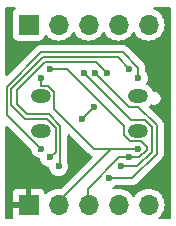
<source format=gbr>
%TF.GenerationSoftware,KiCad,Pcbnew,8.0.7*%
%TF.CreationDate,2025-05-14T16:02:52-05:00*%
%TF.ProjectId,usbc_breakout,75736263-5f62-4726-9561-6b6f75742e6b,rev?*%
%TF.SameCoordinates,Original*%
%TF.FileFunction,Copper,L2,Bot*%
%TF.FilePolarity,Positive*%
%FSLAX46Y46*%
G04 Gerber Fmt 4.6, Leading zero omitted, Abs format (unit mm)*
G04 Created by KiCad (PCBNEW 8.0.7) date 2025-05-14 16:02:52*
%MOMM*%
%LPD*%
G01*
G04 APERTURE LIST*
%TA.AperFunction,ComponentPad*%
%ADD10O,1.700000X1.200000*%
%TD*%
%TA.AperFunction,ComponentPad*%
%ADD11R,1.700000X1.700000*%
%TD*%
%TA.AperFunction,ComponentPad*%
%ADD12O,1.700000X1.700000*%
%TD*%
%TA.AperFunction,ViaPad*%
%ADD13C,0.600000*%
%TD*%
%TA.AperFunction,Conductor*%
%ADD14C,0.200000*%
%TD*%
G04 APERTURE END LIST*
D10*
%TO.P,P1,S1,SHIELD*%
%TO.N,/GND*%
X3500000Y-8060000D03*
X3500000Y-11000000D03*
X11700000Y-8060000D03*
X11700000Y-11000000D03*
%TD*%
D11*
%TO.P,J3,1,Pin_1*%
%TO.N,/VBUS*%
X2460000Y-2000000D03*
D12*
%TO.P,J3,2,Pin_2*%
%TO.N,/P07*%
X5000000Y-2000000D03*
%TO.P,J3,3,Pin_3*%
%TO.N,/P08*%
X7540000Y-2000000D03*
%TO.P,J3,4,Pin_4*%
%TO.N,/P10*%
X10080000Y-2000000D03*
%TO.P,J3,5,Pin_5*%
%TO.N,/P11*%
X12620000Y-2000000D03*
%TD*%
D11*
%TO.P,J2,1,Pin_1*%
%TO.N,/GND*%
X2460000Y-17240000D03*
D12*
%TO.P,J2,2,Pin_2*%
%TO.N,/P02*%
X5000000Y-17240000D03*
%TO.P,J2,3,Pin_3*%
%TO.N,/P03*%
X7540000Y-17240000D03*
%TO.P,J2,4,Pin_4*%
%TO.N,/P05*%
X10080000Y-17240000D03*
%TO.P,J2,5,Pin_5*%
%TO.N,/P06*%
X12620000Y-17240000D03*
%TD*%
D13*
%TO.N,/GND*%
X1250000Y-14750000D03*
X13750000Y-14750000D03*
X13750000Y-4500000D03*
X1250000Y-4500000D03*
%TO.N,/VBUS*%
X8000000Y-9000000D03*
X7000000Y-10000000D03*
%TO.N,/P07*%
X9250000Y-15000000D03*
%TO.N,/P05*%
X10250000Y-14000000D03*
%TO.N,/P08*%
X5000000Y-14000000D03*
%TO.N,/P03*%
X11000000Y-13250000D03*
%TO.N,/P10*%
X4250000Y-13250000D03*
%TO.N,/P02*%
X11750000Y-12500000D03*
%TO.N,/P11*%
X3500000Y-12500000D03*
%TO.N,/P08*%
X9125000Y-6125000D03*
%TO.N,/P10*%
X11000000Y-5750000D03*
%TO.N,/P07*%
X8125000Y-6125000D03*
%TO.N,/P05*%
X7125000Y-6125000D03*
%TO.N,/P03*%
X4250000Y-5750000D03*
%TO.N,/P11*%
X11750000Y-6500000D03*
%TO.N,/P02*%
X3500000Y-6500000D03*
%TD*%
D14*
%TO.N,/VBUS*%
X7000000Y-10000000D02*
X8000000Y-9000000D01*
%TO.N,/P03*%
X11848529Y-13250000D02*
X11000000Y-13250000D01*
X12500000Y-12598529D02*
X11848529Y-13250000D01*
X10550000Y-11372792D02*
X11077208Y-11900000D01*
X12500000Y-12401471D02*
X12500000Y-12598529D01*
X10550000Y-10550000D02*
X10550000Y-11372792D01*
X5750000Y-5750000D02*
X10550000Y-10550000D01*
X4250000Y-5750000D02*
X5750000Y-5750000D01*
X11077208Y-11900000D02*
X11998529Y-11900000D01*
X11998529Y-11900000D02*
X12500000Y-12401471D01*
%TO.N,/P02*%
X8000000Y-12500000D02*
X9465000Y-12500000D01*
X4122792Y-7160000D02*
X4650000Y-7687208D01*
X4650000Y-7687208D02*
X4650000Y-9150000D01*
X4650000Y-9150000D02*
X8000000Y-12500000D01*
X3500000Y-7160000D02*
X4122792Y-7160000D01*
X3500000Y-6500000D02*
X3500000Y-7160000D01*
%TO.N,/P08*%
X5150000Y-13850000D02*
X5000000Y-14000000D01*
X5150000Y-10561522D02*
X5150000Y-13850000D01*
X2350000Y-9600000D02*
X4188478Y-9600000D01*
X3850000Y-5150000D02*
X1450000Y-7550000D01*
X1450000Y-7550000D02*
X1450000Y-8700000D01*
X8150000Y-5150000D02*
X3850000Y-5150000D01*
X9125000Y-6125000D02*
X8150000Y-5150000D01*
X1450000Y-8700000D02*
X2350000Y-9600000D01*
X4188478Y-9600000D02*
X5150000Y-10561522D01*
%TO.N,/P11*%
X3477208Y-12500000D02*
X3500000Y-12500000D01*
X600000Y-9622792D02*
X3477208Y-12500000D01*
X3518628Y-4350000D02*
X600000Y-7268628D01*
X10448529Y-4350000D02*
X3518628Y-4350000D01*
X11750000Y-5651471D02*
X10448529Y-4350000D01*
X11750000Y-6500000D02*
X11750000Y-5651471D01*
X600000Y-7268628D02*
X600000Y-9622792D01*
%TO.N,/P10*%
X4750000Y-12750000D02*
X4250000Y-13250000D01*
X4750000Y-10727208D02*
X4750000Y-12750000D01*
X2184314Y-10000000D02*
X4022792Y-10000000D01*
X4022792Y-10000000D02*
X4750000Y-10727208D01*
X1000000Y-8815686D02*
X2184314Y-10000000D01*
X1000000Y-7434314D02*
X1000000Y-8815686D01*
X3684314Y-4750000D02*
X1000000Y-7434314D01*
X10000000Y-4750000D02*
X3684314Y-4750000D01*
X11000000Y-5750000D02*
X10000000Y-4750000D01*
%TO.N,/P05*%
X12322792Y-10100000D02*
X12900000Y-10677208D01*
X11100000Y-10100000D02*
X12322792Y-10100000D01*
X7125000Y-6125000D02*
X11100000Y-10100000D01*
X12900000Y-10677208D02*
X12900000Y-12764215D01*
X12900000Y-12764215D02*
X11664215Y-14000000D01*
X11664215Y-14000000D02*
X10250000Y-14000000D01*
%TO.N,/P07*%
X13300000Y-12929900D02*
X11229900Y-15000000D01*
X11748478Y-8960000D02*
X13300000Y-10511522D01*
X11229900Y-15000000D02*
X9250000Y-15000000D01*
X10960000Y-8960000D02*
X11748478Y-8960000D01*
X13300000Y-10511522D02*
X13300000Y-12929900D01*
X8125000Y-6125000D02*
X10960000Y-8960000D01*
%TO.N,/P05*%
X10250000Y-16795000D02*
X10045000Y-17000000D01*
%TO.N,/P03*%
X10151471Y-13250000D02*
X7505000Y-15896471D01*
X7505000Y-15896471D02*
X7505000Y-17000000D01*
X11000000Y-13250000D02*
X10151471Y-13250000D01*
%TO.N,/P02*%
X9465000Y-12500000D02*
X4965000Y-17000000D01*
X11750000Y-12500000D02*
X9465000Y-12500000D01*
%TD*%
%TA.AperFunction,Conductor*%
%TO.N,/GND*%
G36*
X705703Y-10578176D02*
G01*
X712181Y-10584208D01*
X2672192Y-12544220D01*
X2705677Y-12605543D01*
X2707731Y-12618017D01*
X2714630Y-12679249D01*
X2774210Y-12849521D01*
X2786271Y-12868716D01*
X2870184Y-13002262D01*
X2997738Y-13129816D01*
X3150478Y-13225789D01*
X3320745Y-13285368D01*
X3351795Y-13288866D01*
X3416207Y-13315930D01*
X3455763Y-13373524D01*
X3461132Y-13398201D01*
X3464630Y-13429249D01*
X3524210Y-13599521D01*
X3524211Y-13599522D01*
X3620184Y-13752262D01*
X3747738Y-13879816D01*
X3900478Y-13975789D01*
X4070745Y-14035368D01*
X4101795Y-14038866D01*
X4166207Y-14065930D01*
X4205763Y-14123524D01*
X4211132Y-14148201D01*
X4214630Y-14179249D01*
X4274210Y-14349521D01*
X4370184Y-14502262D01*
X4497738Y-14629816D01*
X4650478Y-14725789D01*
X4820745Y-14785368D01*
X4820750Y-14785369D01*
X4999996Y-14805565D01*
X5000000Y-14805565D01*
X5000004Y-14805565D01*
X5179249Y-14785369D01*
X5179252Y-14785368D01*
X5179255Y-14785368D01*
X5349522Y-14725789D01*
X5502262Y-14629816D01*
X5629816Y-14502262D01*
X5725789Y-14349522D01*
X5785368Y-14179255D01*
X5788867Y-14148201D01*
X5805565Y-14000003D01*
X5805565Y-13999996D01*
X5785368Y-13820747D01*
X5785368Y-13820745D01*
X5757458Y-13740982D01*
X5750500Y-13700028D01*
X5750500Y-11399097D01*
X5770185Y-11332058D01*
X5822989Y-11286303D01*
X5892147Y-11276359D01*
X5955703Y-11305384D01*
X5962181Y-11311416D01*
X7515139Y-12864374D01*
X7515149Y-12864385D01*
X7519479Y-12868715D01*
X7519480Y-12868716D01*
X7631284Y-12980520D01*
X7631286Y-12980521D01*
X7631290Y-12980524D01*
X7768209Y-13059573D01*
X7768216Y-13059577D01*
X7787874Y-13064844D01*
X7847535Y-13101207D01*
X7878066Y-13164054D01*
X7869772Y-13233429D01*
X7843464Y-13272300D01*
X5253691Y-15862072D01*
X5192368Y-15895557D01*
X5155203Y-15897919D01*
X5000002Y-15884341D01*
X4999999Y-15884341D01*
X4764596Y-15904936D01*
X4764586Y-15904938D01*
X4536344Y-15966094D01*
X4536335Y-15966098D01*
X4322171Y-16065964D01*
X4322169Y-16065965D01*
X4128600Y-16201503D01*
X4006284Y-16323819D01*
X3944961Y-16357303D01*
X3875269Y-16352319D01*
X3819336Y-16310447D01*
X3802421Y-16279470D01*
X3753354Y-16147913D01*
X3753350Y-16147906D01*
X3667190Y-16032812D01*
X3667187Y-16032809D01*
X3552093Y-15946649D01*
X3552086Y-15946645D01*
X3417379Y-15896403D01*
X3417372Y-15896401D01*
X3357844Y-15890000D01*
X2710000Y-15890000D01*
X2710000Y-16806988D01*
X2652993Y-16774075D01*
X2525826Y-16740000D01*
X2394174Y-16740000D01*
X2267007Y-16774075D01*
X2210000Y-16806988D01*
X2210000Y-15890000D01*
X1562155Y-15890000D01*
X1502627Y-15896401D01*
X1502620Y-15896403D01*
X1367913Y-15946645D01*
X1367906Y-15946649D01*
X1252812Y-16032809D01*
X1252809Y-16032812D01*
X1166649Y-16147906D01*
X1166645Y-16147913D01*
X1116403Y-16282620D01*
X1116401Y-16282627D01*
X1110000Y-16342155D01*
X1110000Y-16990000D01*
X2026988Y-16990000D01*
X1994075Y-17047007D01*
X1960000Y-17174174D01*
X1960000Y-17305826D01*
X1994075Y-17432993D01*
X2026988Y-17490000D01*
X1110000Y-17490000D01*
X1110000Y-18137844D01*
X1116401Y-18197372D01*
X1116403Y-18197379D01*
X1166676Y-18332167D01*
X1171660Y-18401858D01*
X1138175Y-18463181D01*
X1076852Y-18496666D01*
X1050494Y-18499500D01*
X624500Y-18499500D01*
X557461Y-18479815D01*
X511706Y-18427011D01*
X500500Y-18375500D01*
X500500Y-10671889D01*
X520185Y-10604850D01*
X572989Y-10559095D01*
X642147Y-10549151D01*
X705703Y-10578176D01*
G37*
%TD.AperFunction*%
%TA.AperFunction,Conductor*%
G36*
X1336936Y-520185D02*
G01*
X1382691Y-572989D01*
X1392635Y-642147D01*
X1363610Y-705703D01*
X1344208Y-723766D01*
X1252455Y-792452D01*
X1252452Y-792455D01*
X1166206Y-907664D01*
X1166202Y-907671D01*
X1115908Y-1042517D01*
X1109501Y-1102116D01*
X1109500Y-1102135D01*
X1109500Y-2897870D01*
X1109501Y-2897876D01*
X1115908Y-2957483D01*
X1166202Y-3092328D01*
X1166206Y-3092335D01*
X1252452Y-3207544D01*
X1252455Y-3207547D01*
X1367664Y-3293793D01*
X1367671Y-3293797D01*
X1502517Y-3344091D01*
X1502516Y-3344091D01*
X1509444Y-3344835D01*
X1562127Y-3350500D01*
X3357872Y-3350499D01*
X3417483Y-3344091D01*
X3552331Y-3293796D01*
X3667546Y-3207546D01*
X3753796Y-3092331D01*
X3802810Y-2960916D01*
X3844681Y-2904984D01*
X3910145Y-2880566D01*
X3978418Y-2895417D01*
X4006673Y-2916569D01*
X4128599Y-3038495D01*
X4225384Y-3106265D01*
X4322165Y-3174032D01*
X4322167Y-3174033D01*
X4322170Y-3174035D01*
X4536337Y-3273903D01*
X4764592Y-3335063D01*
X4941034Y-3350500D01*
X4999999Y-3355659D01*
X5000000Y-3355659D01*
X5000001Y-3355659D01*
X5058966Y-3350500D01*
X5235408Y-3335063D01*
X5463663Y-3273903D01*
X5677830Y-3174035D01*
X5871401Y-3038495D01*
X6038495Y-2871401D01*
X6168425Y-2685842D01*
X6223002Y-2642217D01*
X6292500Y-2635023D01*
X6354855Y-2666546D01*
X6371575Y-2685842D01*
X6501500Y-2871395D01*
X6501505Y-2871401D01*
X6668599Y-3038495D01*
X6765384Y-3106265D01*
X6862165Y-3174032D01*
X6862167Y-3174033D01*
X6862170Y-3174035D01*
X7076337Y-3273903D01*
X7304592Y-3335063D01*
X7481034Y-3350500D01*
X7539999Y-3355659D01*
X7540000Y-3355659D01*
X7540001Y-3355659D01*
X7598966Y-3350500D01*
X7775408Y-3335063D01*
X8003663Y-3273903D01*
X8217830Y-3174035D01*
X8411401Y-3038495D01*
X8578495Y-2871401D01*
X8708425Y-2685842D01*
X8763002Y-2642217D01*
X8832500Y-2635023D01*
X8894855Y-2666546D01*
X8911575Y-2685842D01*
X9041500Y-2871395D01*
X9041505Y-2871401D01*
X9208599Y-3038495D01*
X9305384Y-3106265D01*
X9402165Y-3174032D01*
X9402167Y-3174033D01*
X9402170Y-3174035D01*
X9616337Y-3273903D01*
X9844592Y-3335063D01*
X10021034Y-3350500D01*
X10079999Y-3355659D01*
X10080000Y-3355659D01*
X10080001Y-3355659D01*
X10138966Y-3350500D01*
X10315408Y-3335063D01*
X10543663Y-3273903D01*
X10757830Y-3174035D01*
X10951401Y-3038495D01*
X11118495Y-2871401D01*
X11248425Y-2685842D01*
X11303002Y-2642217D01*
X11372500Y-2635023D01*
X11434855Y-2666546D01*
X11451575Y-2685842D01*
X11581500Y-2871395D01*
X11581505Y-2871401D01*
X11748599Y-3038495D01*
X11845384Y-3106265D01*
X11942165Y-3174032D01*
X11942167Y-3174033D01*
X11942170Y-3174035D01*
X12156337Y-3273903D01*
X12384592Y-3335063D01*
X12561034Y-3350500D01*
X12619999Y-3355659D01*
X12620000Y-3355659D01*
X12620001Y-3355659D01*
X12678966Y-3350500D01*
X12855408Y-3335063D01*
X13083663Y-3273903D01*
X13297830Y-3174035D01*
X13491401Y-3038495D01*
X13658495Y-2871401D01*
X13794035Y-2677830D01*
X13893903Y-2463663D01*
X13955063Y-2235408D01*
X13975659Y-2000000D01*
X13955063Y-1764592D01*
X13893903Y-1536337D01*
X13794035Y-1322171D01*
X13788425Y-1314158D01*
X13658494Y-1128597D01*
X13491402Y-961506D01*
X13491395Y-961501D01*
X13297834Y-825967D01*
X13297830Y-825965D01*
X13225968Y-792455D01*
X13106790Y-736881D01*
X13054352Y-690710D01*
X13035200Y-623516D01*
X13055416Y-556635D01*
X13108581Y-511300D01*
X13159196Y-500500D01*
X14375500Y-500500D01*
X14442539Y-520185D01*
X14488294Y-572989D01*
X14499500Y-624500D01*
X14499500Y-18375500D01*
X14479815Y-18442539D01*
X14427011Y-18488294D01*
X14375500Y-18499500D01*
X13568705Y-18499500D01*
X13501666Y-18479815D01*
X13455911Y-18427011D01*
X13445967Y-18357853D01*
X13474992Y-18294297D01*
X13488993Y-18280516D01*
X13491396Y-18278498D01*
X13491401Y-18278495D01*
X13658495Y-18111401D01*
X13794035Y-17917830D01*
X13893903Y-17703663D01*
X13955063Y-17475408D01*
X13975659Y-17240000D01*
X13955063Y-17004592D01*
X13893903Y-16776337D01*
X13794035Y-16562171D01*
X13788425Y-16554158D01*
X13658494Y-16368597D01*
X13491402Y-16201506D01*
X13491395Y-16201501D01*
X13297834Y-16065967D01*
X13297830Y-16065965D01*
X13275263Y-16055442D01*
X13083663Y-15966097D01*
X13083659Y-15966096D01*
X13083655Y-15966094D01*
X12855413Y-15904938D01*
X12855403Y-15904936D01*
X12620001Y-15884341D01*
X12619999Y-15884341D01*
X12384596Y-15904936D01*
X12384586Y-15904938D01*
X12156344Y-15966094D01*
X12156335Y-15966098D01*
X11942171Y-16065964D01*
X11942169Y-16065965D01*
X11748597Y-16201505D01*
X11581505Y-16368597D01*
X11451575Y-16554158D01*
X11396998Y-16597783D01*
X11327500Y-16604977D01*
X11265145Y-16573454D01*
X11248425Y-16554158D01*
X11118494Y-16368597D01*
X10951402Y-16201506D01*
X10951395Y-16201501D01*
X10757834Y-16065967D01*
X10757830Y-16065965D01*
X10735263Y-16055442D01*
X10543663Y-15966097D01*
X10543659Y-15966096D01*
X10543655Y-15966094D01*
X10315413Y-15904938D01*
X10315403Y-15904936D01*
X10080001Y-15884341D01*
X10079999Y-15884341D01*
X9844596Y-15904936D01*
X9844583Y-15904939D01*
X9714878Y-15939692D01*
X9645028Y-15938029D01*
X9587166Y-15898866D01*
X9559663Y-15834637D01*
X9571250Y-15765735D01*
X9616812Y-15714924D01*
X9752262Y-15629816D01*
X9752267Y-15629810D01*
X9755097Y-15627555D01*
X9757275Y-15626665D01*
X9758158Y-15626111D01*
X9758255Y-15626265D01*
X9819783Y-15601145D01*
X9832412Y-15600500D01*
X11143231Y-15600500D01*
X11143247Y-15600501D01*
X11150843Y-15600501D01*
X11308954Y-15600501D01*
X11308957Y-15600501D01*
X11461685Y-15559577D01*
X11516802Y-15527755D01*
X11598616Y-15480520D01*
X11710420Y-15368716D01*
X11710420Y-15368714D01*
X11720624Y-15358511D01*
X11720628Y-15358506D01*
X13658506Y-13420628D01*
X13658511Y-13420624D01*
X13668714Y-13410420D01*
X13668716Y-13410420D01*
X13780520Y-13298616D01*
X13859577Y-13161684D01*
X13898018Y-13018220D01*
X13898019Y-13018218D01*
X13900500Y-13008959D01*
X13900500Y-10432467D01*
X13900500Y-10432465D01*
X13859577Y-10279738D01*
X13801564Y-10179255D01*
X13780524Y-10142812D01*
X13780521Y-10142808D01*
X13780520Y-10142806D01*
X13668716Y-10031002D01*
X13668715Y-10031001D01*
X13664385Y-10026671D01*
X13664374Y-10026661D01*
X12689355Y-9051642D01*
X12655870Y-8990319D01*
X12660854Y-8920627D01*
X12689354Y-8876280D01*
X12785734Y-8779899D01*
X12847057Y-8746414D01*
X12905506Y-8747804D01*
X13027525Y-8780500D01*
X13027528Y-8780500D01*
X13172472Y-8780500D01*
X13172475Y-8780500D01*
X13312485Y-8742984D01*
X13438015Y-8670509D01*
X13540509Y-8568015D01*
X13612984Y-8442485D01*
X13650500Y-8302475D01*
X13650500Y-8157525D01*
X13612984Y-8017515D01*
X13565888Y-7935943D01*
X13540511Y-7891988D01*
X13540506Y-7891982D01*
X13438017Y-7789493D01*
X13438011Y-7789488D01*
X13312488Y-7717017D01*
X13312489Y-7717017D01*
X13301006Y-7713940D01*
X13172475Y-7679500D01*
X13066672Y-7679500D01*
X12999633Y-7659815D01*
X12956187Y-7611795D01*
X12890804Y-7483475D01*
X12789032Y-7343397D01*
X12666602Y-7220967D01*
X12526524Y-7119195D01*
X12480614Y-7095803D01*
X12429818Y-7047828D01*
X12413023Y-6980007D01*
X12431916Y-6919345D01*
X12475788Y-6849524D01*
X12508928Y-6754816D01*
X12535368Y-6679255D01*
X12541226Y-6627262D01*
X12555565Y-6500003D01*
X12555565Y-6499996D01*
X12535369Y-6320750D01*
X12535368Y-6320745D01*
X12529596Y-6304249D01*
X12475789Y-6150478D01*
X12379816Y-5997738D01*
X12379814Y-5997736D01*
X12379813Y-5997734D01*
X12377550Y-5994896D01*
X12376659Y-5992715D01*
X12376111Y-5991842D01*
X12376264Y-5991745D01*
X12351144Y-5930209D01*
X12350500Y-5917587D01*
X12350500Y-5740530D01*
X12350501Y-5740517D01*
X12350501Y-5572416D01*
X12350501Y-5572414D01*
X12309577Y-5419686D01*
X12269632Y-5350500D01*
X12269632Y-5350499D01*
X12230522Y-5282758D01*
X12230521Y-5282757D01*
X12230520Y-5282755D01*
X12118716Y-5170951D01*
X12118715Y-5170950D01*
X12114385Y-5166620D01*
X12114374Y-5166610D01*
X10936119Y-3988355D01*
X10936117Y-3988352D01*
X10817246Y-3869481D01*
X10817245Y-3869480D01*
X10730433Y-3819360D01*
X10730433Y-3819359D01*
X10730429Y-3819358D01*
X10680314Y-3790423D01*
X10527586Y-3749499D01*
X10369472Y-3749499D01*
X10361876Y-3749499D01*
X10361860Y-3749500D01*
X3597685Y-3749500D01*
X3439570Y-3749500D01*
X3286843Y-3790423D01*
X3286842Y-3790423D01*
X3286840Y-3790424D01*
X3286837Y-3790425D01*
X3236724Y-3819359D01*
X3236723Y-3819360D01*
X3193317Y-3844420D01*
X3149913Y-3869479D01*
X3149910Y-3869481D01*
X3038106Y-3981286D01*
X712180Y-6307211D01*
X650857Y-6340696D01*
X581165Y-6335712D01*
X525232Y-6293840D01*
X500815Y-6228376D01*
X500499Y-6219530D01*
X500500Y-624500D01*
X520185Y-557461D01*
X572989Y-511706D01*
X624500Y-500500D01*
X1269897Y-500500D01*
X1336936Y-520185D01*
G37*
%TD.AperFunction*%
%TD*%
M02*

</source>
